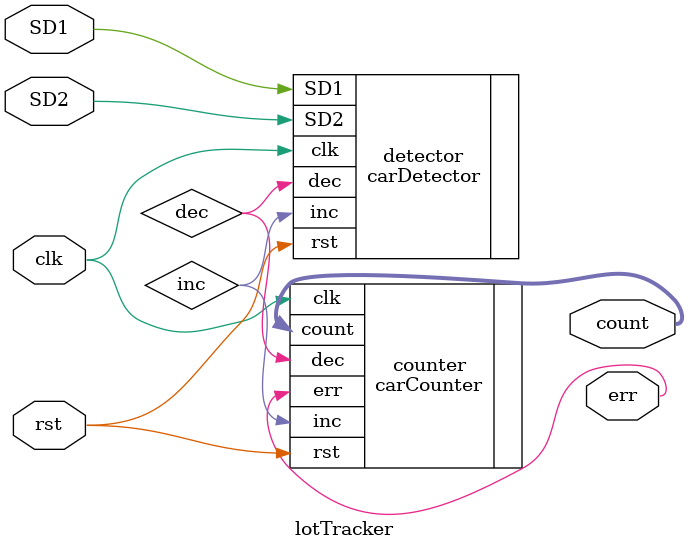
<source format=sv>
`timescale 1ns / 1ps

module lotTracker
(
    input clk,
    input rst,

    input SD1,
    input SD2,

    output err,
    output [3:0] count
);

logic inc, dec;

carDetector detector(.clk(clk), .rst(rst), .SD1(SD1), .SD2(SD2), .inc(inc), .dec(dec));
carCounter counter(.clk(clk), .rst(rst), .inc(inc), .dec(dec), .err(err), .count(count));

endmodule
</source>
